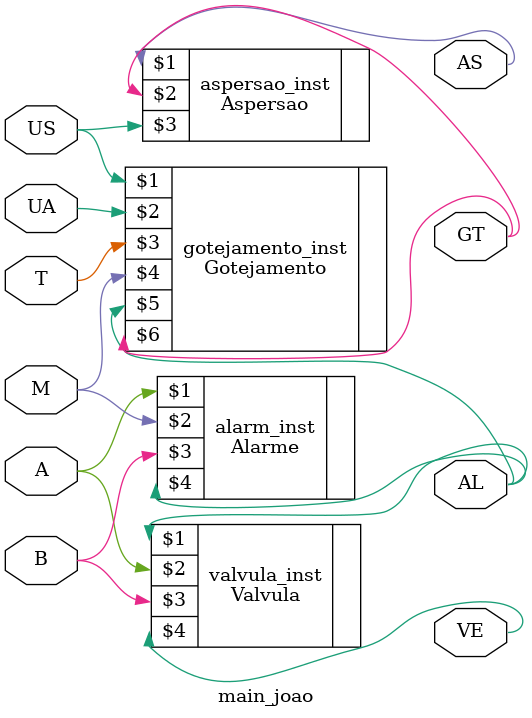
<source format=v>
module main_joao(A, M, B, AL, VE, US, UA, T, GT, AS);

	input A, M, B, US, UA, T;
	output AL, VE, GT, AS;
	
	Alarme alarm_inst(A, M, B, AL);
	Valvula valvula_inst(AL, A, B, VE);
	Gotejamento gotejamento_inst(US, UA, T, M, AL, GT);
	Aspersao aspersao_inst(AS, GT, US);
	
endmodule

</source>
